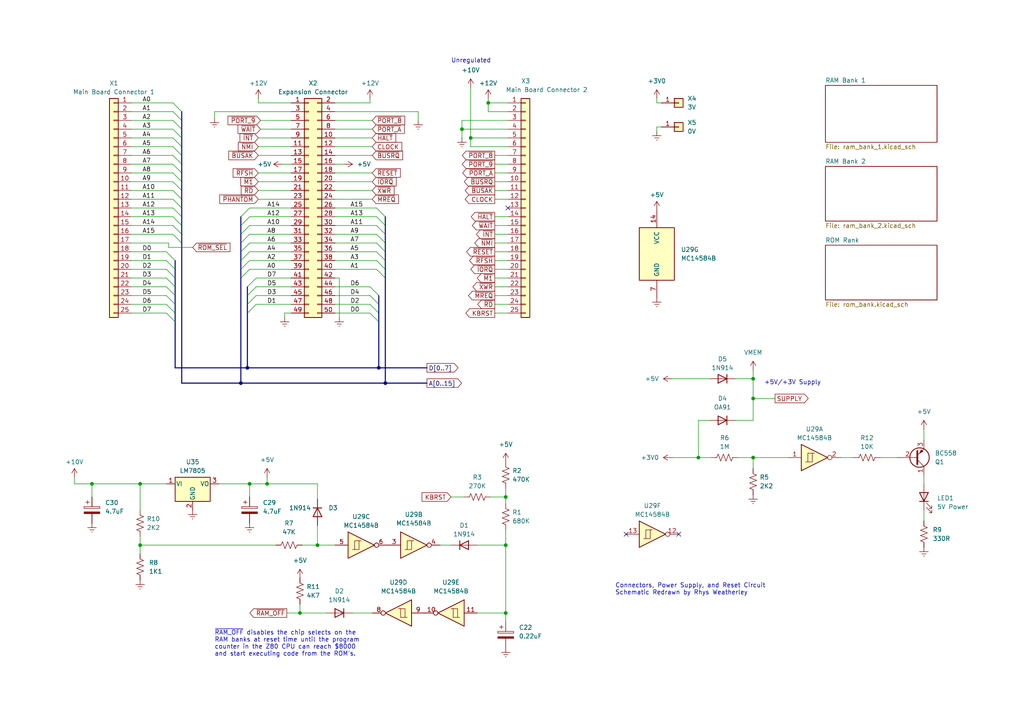
<source format=kicad_sch>
(kicad_sch (version 20230121) (generator eeschema)
  (paper "A4")
  (title_block (title "Microbee Core Board") (date "1982") (rev "1") (comment 1 "(C) 1982 OJH MICROWORLD"))
  (lib_symbols
    (symbol "74xx:74LS14" (pin_names (offset 1.016))
      (property "Reference" "U" (at 0 1.27 0))
      (property "Value" "74LS14" (at 0 -1.27 0))
      (symbol "74LS14_1_0"
        (pin input line (at -7.62 0 0) (length 3.81) (name "~") (number "1"))
        (pin output inverted (at 7.62 0 180) (length 3.81) (name "~") (number "2"))
      )
      (symbol "74LS14_2_0"
        (pin input line (at -7.62 0 0) (length 3.81) (name "~") (number "3"))
        (pin output inverted (at 7.62 0 180) (length 3.81) (name "~") (number "4"))
      )
      (symbol "74LS14_3_0"
        (pin input line (at -7.62 0 0) (length 3.81) (name "~") (number "5"))
        (pin output inverted (at 7.62 0 180) (length 3.81) (name "~") (number "6"))
      )
      (symbol "74LS14_4_0"
        (pin output inverted (at 7.62 0 180) (length 3.81) (name "~") (number "8"))
        (pin input line (at -7.62 0 0) (length 3.81) (name "~") (number "9"))
      )
      (symbol "74LS14_5_0"
        (pin output inverted (at 7.62 0 180) (length 3.81) (name "~") (number "10"))
        (pin input line (at -7.62 0 0) (length 3.81) (name "~") (number "11"))
      )
      (symbol "74LS14_6_0"
        (pin output inverted (at 7.62 0 180) (length 3.81) (name "~") (number "12"))
        (pin input line (at -7.62 0 0) (length 3.81) (name "~") (number "13"))
      )
      (symbol "74LS14_7_0"
        (pin power_in line (at 0 12.7 270) (length 5.08) (name "VCC") (number "14"))
        (pin power_in line (at 0 -12.7 90) (length 5.08) (name "GND") (number "7"))
      )
    )
    (symbol "Connector_Generic:Conn_01x01" (pin_names (offset 1.016) hide)
      (property "Reference" "J" (at 0 2.54 0))
      (property "Value" "Conn_01x01" (at 0 -2.54 0))
      (symbol "Conn_01x01_1_1"
        (pin passive line (at -5.08 0 0) (length 3.81) (name "Pin_1") (number "1"))
      )
    )
    (symbol "Connector_Generic:Conn_01x25" (pin_names (offset 1.016) hide)
      (property "Reference" "J" (at 0 33.02 0))
      (property "Value" "Conn_01x25" (at 0 -33.02 0))
      (symbol "Conn_01x25_1_1"
        (pin passive line (at -5.08 30.48 0) (length 3.81) (name "Pin_1") (number "1"))
        (pin passive line (at -5.08 7.62 0) (length 3.81) (name "Pin_10") (number "10"))
        (pin passive line (at -5.08 5.08 0) (length 3.81) (name "Pin_11") (number "11"))
        (pin passive line (at -5.08 2.54 0) (length 3.81) (name "Pin_12") (number "12"))
        (pin passive line (at -5.08 0 0) (length 3.81) (name "Pin_13") (number "13"))
        (pin passive line (at -5.08 -2.54 0) (length 3.81) (name "Pin_14") (number "14"))
        (pin passive line (at -5.08 -5.08 0) (length 3.81) (name "Pin_15") (number "15"))
        (pin passive line (at -5.08 -7.62 0) (length 3.81) (name "Pin_16") (number "16"))
        (pin passive line (at -5.08 -10.16 0) (length 3.81) (name "Pin_17") (number "17"))
        (pin passive line (at -5.08 -12.7 0) (length 3.81) (name "Pin_18") (number "18"))
        (pin passive line (at -5.08 -15.24 0) (length 3.81) (name "Pin_19") (number "19"))
        (pin passive line (at -5.08 27.94 0) (length 3.81) (name "Pin_2") (number "2"))
        (pin passive line (at -5.08 -17.78 0) (length 3.81) (name "Pin_20") (number "20"))
        (pin passive line (at -5.08 -20.32 0) (length 3.81) (name "Pin_21") (number "21"))
        (pin passive line (at -5.08 -22.86 0) (length 3.81) (name "Pin_22") (number "22"))
        (pin passive line (at -5.08 -25.4 0) (length 3.81) (name "Pin_23") (number "23"))
        (pin passive line (at -5.08 -27.94 0) (length 3.81) (name "Pin_24") (number "24"))
        (pin passive line (at -5.08 -30.48 0) (length 3.81) (name "Pin_25") (number "25"))
        (pin passive line (at -5.08 25.4 0) (length 3.81) (name "Pin_3") (number "3"))
        (pin passive line (at -5.08 22.86 0) (length 3.81) (name "Pin_4") (number "4"))
        (pin passive line (at -5.08 20.32 0) (length 3.81) (name "Pin_5") (number "5"))
        (pin passive line (at -5.08 17.78 0) (length 3.81) (name "Pin_6") (number "6"))
        (pin passive line (at -5.08 15.24 0) (length 3.81) (name "Pin_7") (number "7"))
        (pin passive line (at -5.08 12.7 0) (length 3.81) (name "Pin_8") (number "8"))
        (pin passive line (at -5.08 10.16 0) (length 3.81) (name "Pin_9") (number "9"))
      )
    )
    (symbol "Connector_Generic:Conn_02x25_Odd_Even" (pin_names (offset 1.016) hide)
      (property "Reference" "J" (at 1.27 33.02 0))
      (property "Value" "Conn_02x25_Odd_Even" (at 1.27 -33.02 0))
      (symbol "Conn_02x25_Odd_Even_1_1"
        (pin passive line (at -5.08 30.48 0) (length 3.81) (name "Pin_1") (number "1"))
        (pin passive line (at 7.62 20.32 180) (length 3.81) (name "Pin_10") (number "10"))
        (pin passive line (at -5.08 17.78 0) (length 3.81) (name "Pin_11") (number "11"))
        (pin passive line (at 7.62 17.78 180) (length 3.81) (name "Pin_12") (number "12"))
        (pin passive line (at -5.08 15.24 0) (length 3.81) (name "Pin_13") (number "13"))
        (pin passive line (at 7.62 15.24 180) (length 3.81) (name "Pin_14") (number "14"))
        (pin passive line (at -5.08 12.7 0) (length 3.81) (name "Pin_15") (number "15"))
        (pin passive line (at 7.62 12.7 180) (length 3.81) (name "Pin_16") (number "16"))
        (pin passive line (at -5.08 10.16 0) (length 3.81) (name "Pin_17") (number "17"))
        (pin passive line (at 7.62 10.16 180) (length 3.81) (name "Pin_18") (number "18"))
        (pin passive line (at -5.08 7.62 0) (length 3.81) (name "Pin_19") (number "19"))
        (pin passive line (at 7.62 30.48 180) (length 3.81) (name "Pin_2") (number "2"))
        (pin passive line (at 7.62 7.62 180) (length 3.81) (name "Pin_20") (number "20"))
        (pin passive line (at -5.08 5.08 0) (length 3.81) (name "Pin_21") (number "21"))
        (pin passive line (at 7.62 5.08 180) (length 3.81) (name "Pin_22") (number "22"))
        (pin passive line (at -5.08 2.54 0) (length 3.81) (name "Pin_23") (number "23"))
        (pin passive line (at 7.62 2.54 180) (length 3.81) (name "Pin_24") (number "24"))
        (pin passive line (at -5.08 0 0) (length 3.81) (name "Pin_25") (number "25"))
        (pin passive line (at 7.62 0 180) (length 3.81) (name "Pin_26") (number "26"))
        (pin passive line (at -5.08 -2.54 0) (length 3.81) (name "Pin_27") (number "27"))
        (pin passive line (at 7.62 -2.54 180) (length 3.81) (name "Pin_28") (number "28"))
        (pin passive line (at -5.08 -5.08 0) (length 3.81) (name "Pin_29") (number "29"))
        (pin passive line (at -5.08 27.94 0) (length 3.81) (name "Pin_3") (number "3"))
        (pin passive line (at 7.62 -5.08 180) (length 3.81) (name "Pin_30") (number "30"))
        (pin passive line (at -5.08 -7.62 0) (length 3.81) (name "Pin_31") (number "31"))
        (pin passive line (at 7.62 -7.62 180) (length 3.81) (name "Pin_32") (number "32"))
        (pin passive line (at -5.08 -10.16 0) (length 3.81) (name "Pin_33") (number "33"))
        (pin passive line (at 7.62 -10.16 180) (length 3.81) (name "Pin_34") (number "34"))
        (pin passive line (at -5.08 -12.7 0) (length 3.81) (name "Pin_35") (number "35"))
        (pin passive line (at 7.62 -12.7 180) (length 3.81) (name "Pin_36") (number "36"))
        (pin passive line (at -5.08 -15.24 0) (length 3.81) (name "Pin_37") (number "37"))
        (pin passive line (at 7.62 -15.24 180) (length 3.81) (name "Pin_38") (number "38"))
        (pin passive line (at -5.08 -17.78 0) (length 3.81) (name "Pin_39") (number "39"))
        (pin passive line (at 7.62 27.94 180) (length 3.81) (name "Pin_4") (number "4"))
        (pin passive line (at 7.62 -17.78 180) (length 3.81) (name "Pin_40") (number "40"))
        (pin passive line (at -5.08 -20.32 0) (length 3.81) (name "Pin_41") (number "41"))
        (pin passive line (at 7.62 -20.32 180) (length 3.81) (name "Pin_42") (number "42"))
        (pin passive line (at -5.08 -22.86 0) (length 3.81) (name "Pin_43") (number "43"))
        (pin passive line (at 7.62 -22.86 180) (length 3.81) (name "Pin_44") (number "44"))
        (pin passive line (at -5.08 -25.4 0) (length 3.81) (name "Pin_45") (number "45"))
        (pin passive line (at 7.62 -25.4 180) (length 3.81) (name "Pin_46") (number "46"))
        (pin passive line (at -5.08 -27.94 0) (length 3.81) (name "Pin_47") (number "47"))
        (pin passive line (at 7.62 -27.94 180) (length 3.81) (name "Pin_48") (number "48"))
        (pin passive line (at -5.08 -30.48 0) (length 3.81) (name "Pin_49") (number "49"))
        (pin passive line (at -5.08 25.4 0) (length 3.81) (name "Pin_5") (number "5"))
        (pin passive line (at 7.62 -30.48 180) (length 3.81) (name "Pin_50") (number "50"))
        (pin passive line (at 7.62 25.4 180) (length 3.81) (name "Pin_6") (number "6"))
        (pin passive line (at -5.08 22.86 0) (length 3.81) (name "Pin_7") (number "7"))
        (pin passive line (at 7.62 22.86 180) (length 3.81) (name "Pin_8") (number "8"))
        (pin passive line (at -5.08 20.32 0) (length 3.81) (name "Pin_9") (number "9"))
      )
    )
    (symbol "Device:C_Polarized" (pin_numbers hide) (pin_names (offset 0.254))
      (property "Reference" "C" (at 0.635 2.54 0))
      (property "Value" "C_Polarized" (at 0.635 -2.54 0))
      (symbol "C_Polarized_1_1"
        (pin passive line (at 0 3.81 270) (length 2.794) (name "~") (number "1"))
        (pin passive line (at 0 -3.81 90) (length 2.794) (name "~") (number "2"))
      )
    )
    (symbol "Device:D" (pin_numbers hide) (pin_names (offset 1.016) hide)
      (property "Reference" "D" (at 0 2.54 0))
      (property "Value" "D" (at 0 -2.54 0))
      (symbol "D_1_1"
        (pin passive line (at -3.81 0 0) (length 2.54) (name "K") (number "1"))
        (pin passive line (at 3.81 0 180) (length 2.54) (name "A") (number "2"))
      )
    )
    (symbol "Device:LED" (pin_numbers hide) (pin_names (offset 1.016) hide)
      (property "Reference" "D" (at 0 2.54 0))
      (property "Value" "LED" (at 0 -2.54 0))
      (symbol "LED_1_1"
        (pin passive line (at -3.81 0 0) (length 2.54) (name "K") (number "1"))
        (pin passive line (at 3.81 0 180) (length 2.54) (name "A") (number "2"))
      )
    )
    (symbol "Device:R_US" (pin_numbers hide) (pin_names (offset 0))
      (property "Reference" "R" (at 2.54 0 90))
      (property "Value" "R_US" (at -2.54 0 90))
      (symbol "R_US_1_1"
        (pin passive line (at 0 3.81 270) (length 1.27) (name "~") (number "1"))
        (pin passive line (at 0 -3.81 90) (length 1.27) (name "~") (number "2"))
      )
    )
    (symbol "Regulator_Linear:LM7805_TO220" (pin_names (offset 0.254))
      (property "Reference" "U" (at -3.81 3.175 0))
      (property "Value" "LM7805_TO220" (at 0 3.175 0))
      (symbol "LM7805_TO220_1_1"
        (pin power_in line (at -7.62 0 0) (length 2.54) (name "VI") (number "1"))
        (pin power_in line (at 0 -7.62 90) (length 2.54) (name "GND") (number "2"))
        (pin power_out line (at 7.62 0 180) (length 2.54) (name "VO") (number "3"))
      )
    )
    (symbol "Transistor_BJT:BC558" (pin_names (offset 0) hide)
      (property "Reference" "Q" (at 5.08 1.905 0))
      (property "Value" "BC558" (at 5.08 0 0))
      (symbol "BC558_1_1"
        (pin passive line (at 2.54 5.08 270) (length 2.54) (name "C") (number "1"))
        (pin input line (at -5.08 0 0) (length 5.715) (name "B") (number "2"))
        (pin passive line (at 2.54 -5.08 90) (length 2.54) (name "E") (number "3"))
      )
    )
    (symbol "power:+10V" (power) (pin_names (offset 0))
      (property "Value" "+10V" (at 0 3.556 0))
      (symbol "+10V_1_1"
        (pin power_in line (at 0 0 90) (length 0) hide (name "+10V") (number "1"))
      )
    )
    (symbol "power:+12V" (power) (pin_names (offset 0))
      (property "Value" "+12V" (at 0 3.556 0))
      (symbol "+12V_1_1"
        (pin power_in line (at 0 0 90) (length 0) hide (name "+12V") (number "1"))
      )
    )
    (symbol "power:+3V0" (power) (pin_names (offset 0))
      (property "Value" "+3V0" (at 0 3.556 0))
      (symbol "+3V0_1_1"
        (pin power_in line (at 0 0 90) (length 0) hide (name "+3V0") (number "1"))
      )
    )
    (symbol "power:+5V" (power) (pin_names (offset 0))
      (property "Value" "+5V" (at 0 3.556 0))
      (symbol "+5V_1_1"
        (pin power_in line (at 0 0 90) (length 0) hide (name "+5V") (number "1"))
      )
    )
    (symbol "power:Earth" (power) (pin_names (offset 0))
      (symbol "Earth_1_1"
        (pin power_in line (at 0 0 270) (length 0) hide (name "Earth") (number "1"))
      )
    )
    (symbol "power:VMEM" (power) (pin_names (offset 0))
      (property "Value" "VMEM" (at 0 3.81 0))
      (symbol "VMEM_1_1"
        (pin power_in line (at 0 0 90) (length 0) hide (name "VMEM") (number "1"))
      )
    )
  )
  (junction (at 136.525 40.005))
  (junction (at 218.44 132.715))
  (junction (at 109.855 106.68))
  (junction (at 218.44 109.855))
  (junction (at 111.76 111.125))
  (junction (at 40.64 158.115))
  (junction (at 141.605 29.845))
  (junction (at 40.64 140.335))
  (junction (at 146.685 177.8))
  (junction (at 92.075 158.115))
  (junction (at 72.39 140.335))
  (junction (at 69.85 111.125))
  (junction (at 26.67 140.335))
  (junction (at 218.44 115.57))
  (junction (at 202.565 132.715))
  (junction (at 146.685 158.115))
  (junction (at 71.755 106.68))
  (junction (at 146.685 144.145))
  (junction (at 77.47 140.335))
  (junction (at 133.985 37.465))
  (junction (at 86.995 177.8))
  (no_connect (at 196.85 154.94))
  (no_connect (at 181.61 154.94))
  (no_connect (at 147.32 60.325))
  (bus_entry (at 109.22 78.105) (size 2.54 2.54))
  (bus_entry (at 69.85 65.405) (size 2.54 -2.54))
  (bus_entry (at 109.855 88.265) (size -2.54 -2.54))
  (bus_entry (at 50.165 40.005) (size 2.54 2.54))
  (bus_entry (at 69.85 62.865) (size 2.54 -2.54))
  (bus_entry (at 48.26 90.805) (size 2.54 2.54))
  (bus_entry (at 50.165 65.405) (size 2.54 2.54))
  (bus_entry (at 109.22 65.405) (size 2.54 2.54))
  (bus_entry (at 71.755 90.805) (size 2.54 -2.54))
  (bus_entry (at 48.26 85.725) (size 2.54 2.54))
  (bus_entry (at 50.165 60.325) (size 2.54 2.54))
  (bus_entry (at 71.755 88.265) (size 2.54 -2.54))
  (bus_entry (at 71.755 83.185) (size 2.54 -2.54))
  (bus_entry (at 107.315 90.805) (size 2.54 2.54))
  (bus_entry (at 50.165 32.385) (size 2.54 2.54))
  (bus_entry (at 71.755 85.725) (size 2.54 -2.54))
  (bus_entry (at 109.22 60.325) (size 2.54 2.54))
  (bus_entry (at 69.85 78.105) (size 2.54 -2.54))
  (bus_entry (at 50.165 29.845) (size 2.54 2.54))
  (bus_entry (at 109.855 85.725) (size -2.54 -2.54))
  (bus_entry (at 48.26 73.025) (size 2.54 2.54))
  (bus_entry (at 50.165 67.945) (size 2.54 2.54))
  (bus_entry (at 109.22 62.865) (size 2.54 2.54))
  (bus_entry (at 109.855 90.805) (size -2.54 -2.54))
  (bus_entry (at 48.26 83.185) (size 2.54 2.54))
  (bus_entry (at 109.22 73.025) (size 2.54 2.54))
  (bus_entry (at 50.165 50.165) (size 2.54 2.54))
  (bus_entry (at 50.165 47.625) (size 2.54 2.54))
  (bus_entry (at 50.165 45.085) (size 2.54 2.54))
  (bus_entry (at 50.165 37.465) (size 2.54 2.54))
  (bus_entry (at 109.22 75.565) (size 2.54 2.54))
  (bus_entry (at 50.165 52.705) (size 2.54 2.54))
  (bus_entry (at 48.26 80.645) (size 2.54 2.54))
  (bus_entry (at 109.22 67.945) (size 2.54 2.54))
  (bus_entry (at 48.26 75.565) (size 2.54 2.54))
  (bus_entry (at 69.85 80.645) (size 2.54 -2.54))
  (bus_entry (at 50.165 34.925) (size 2.54 2.54))
  (bus_entry (at 50.165 57.785) (size 2.54 2.54))
  (bus_entry (at 69.85 67.945) (size 2.54 -2.54))
  (bus_entry (at 69.85 70.485) (size 2.54 -2.54))
  (bus_entry (at 50.165 55.245) (size 2.54 2.54))
  (bus_entry (at 69.85 73.025) (size 2.54 -2.54))
  (bus_entry (at 48.26 78.105) (size 2.54 2.54))
  (bus_entry (at 69.85 75.565) (size 2.54 -2.54))
  (bus_entry (at 50.165 42.545) (size 2.54 2.54))
  (bus_entry (at 48.26 88.265) (size 2.54 2.54))
  (bus_entry (at 109.22 70.485) (size 2.54 2.54))
  (bus_entry (at 50.165 62.865) (size 2.54 2.54))
  (bus (pts (xy 109.855 88.265) (xy 109.855 90.805)))
  (wire (pts (xy 38.1 88.265) (xy 48.26 88.265)))
  (wire (pts (xy 38.1 32.385) (xy 50.165 32.385)))
  (bus (pts (xy 52.705 47.625) (xy 52.705 50.165)))
  (wire (pts (xy 92.075 140.335) (xy 77.47 140.335)))
  (wire (pts (xy 40.64 155.575) (xy 40.64 158.115)))
  (wire (pts (xy 127.635 158.115) (xy 130.81 158.115)))
  (wire (pts (xy 97.155 65.405) (xy 109.22 65.405)))
  (bus (pts (xy 52.705 37.465) (xy 52.705 40.005)))
  (wire (pts (xy 147.32 29.845) (xy 141.605 29.845)))
  (wire (pts (xy 82.55 90.805) (xy 82.55 92.075)))
  (wire (pts (xy 136.525 40.005) (xy 136.525 42.545)))
  (wire (pts (xy 143.51 80.645) (xy 147.32 80.645)))
  (bus (pts (xy 69.85 73.025) (xy 69.85 75.565)))
  (wire (pts (xy 147.32 34.925) (xy 133.985 34.925)))
  (wire (pts (xy 102.235 177.8) (xy 107.95 177.8)))
  (wire (pts (xy 38.1 50.165) (xy 50.165 50.165)))
  (wire (pts (xy 146.685 141.605) (xy 146.685 144.145)))
  (wire (pts (xy 218.44 115.57) (xy 224.79 115.57)))
  (wire (pts (xy 97.155 45.085) (xy 107.95 45.085)))
  (wire (pts (xy 107.315 29.845) (xy 107.315 28.575)))
  (bus (pts (xy 69.85 78.105) (xy 69.85 80.645)))
  (wire (pts (xy 74.93 52.705) (xy 84.455 52.705)))
  (wire (pts (xy 26.67 140.335) (xy 26.67 144.145)))
  (wire (pts (xy 92.075 158.115) (xy 97.155 158.115)))
  (bus (pts (xy 52.705 67.945) (xy 52.705 70.485)))
  (wire (pts (xy 190.5 36.83) (xy 190.5 38.1)))
  (wire (pts (xy 130.81 144.145) (xy 134.62 144.145)))
  (wire (pts (xy 97.155 50.165) (xy 107.95 50.165)))
  (wire (pts (xy 146.685 144.145) (xy 146.685 146.05)))
  (wire (pts (xy 97.155 37.465) (xy 107.95 37.465)))
  (wire (pts (xy 147.32 32.385) (xy 141.605 32.385)))
  (wire (pts (xy 38.1 37.465) (xy 50.165 37.465)))
  (wire (pts (xy 143.51 62.865) (xy 147.32 62.865)))
  (bus (pts (xy 52.705 111.125) (xy 69.85 111.125)))
  (wire (pts (xy 143.51 65.405) (xy 147.32 65.405)))
  (wire (pts (xy 143.51 55.245) (xy 147.32 55.245)))
  (bus (pts (xy 52.705 60.325) (xy 52.705 62.865)))
  (wire (pts (xy 121.285 32.385) (xy 121.285 34.925)))
  (wire (pts (xy 38.1 57.785) (xy 50.165 57.785)))
  (wire (pts (xy 74.93 45.085) (xy 84.455 45.085)))
  (bus (pts (xy 111.76 75.565) (xy 111.76 78.105)))
  (wire (pts (xy 97.155 57.785) (xy 107.95 57.785)))
  (wire (pts (xy 38.1 90.805) (xy 48.26 90.805)))
  (wire (pts (xy 143.51 88.265) (xy 147.32 88.265)))
  (bus (pts (xy 52.705 55.245) (xy 52.705 57.785)))
  (bus (pts (xy 71.755 90.805) (xy 71.755 88.265)))
  (wire (pts (xy 74.93 55.245) (xy 84.455 55.245)))
  (wire (pts (xy 133.985 37.465) (xy 147.32 37.465)))
  (wire (pts (xy 38.1 78.105) (xy 48.26 78.105)))
  (wire (pts (xy 143.51 70.485) (xy 147.32 70.485)))
  (wire (pts (xy 202.565 132.715) (xy 194.945 132.715)))
  (wire (pts (xy 72.39 140.335) (xy 63.5 140.335)))
  (wire (pts (xy 146.685 177.8) (xy 146.685 180.34)))
  (wire (pts (xy 21.59 140.335) (xy 21.59 138.43)))
  (bus (pts (xy 111.76 73.025) (xy 111.76 75.565)))
  (bus (pts (xy 69.85 62.865) (xy 69.85 65.405)))
  (wire (pts (xy 97.155 55.245) (xy 107.95 55.245)))
  (wire (pts (xy 97.155 34.925) (xy 107.95 34.925)))
  (wire (pts (xy 97.155 67.945) (xy 109.22 67.945)))
  (wire (pts (xy 142.24 144.145) (xy 146.685 144.145)))
  (bus (pts (xy 50.8 85.725) (xy 50.8 88.265)))
  (wire (pts (xy 74.295 85.725) (xy 84.455 85.725)))
  (wire (pts (xy 97.155 42.545) (xy 107.95 42.545)))
  (wire (pts (xy 146.685 177.8) (xy 138.43 177.8)))
  (wire (pts (xy 97.155 60.325) (xy 109.22 60.325)))
  (wire (pts (xy 40.64 158.115) (xy 80.01 158.115)))
  (wire (pts (xy 72.39 60.325) (xy 84.455 60.325)))
  (wire (pts (xy 92.075 144.78) (xy 92.075 140.335)))
  (bus (pts (xy 50.8 90.805) (xy 50.8 93.345)))
  (bus (pts (xy 111.76 78.105) (xy 111.76 80.645)))
  (wire (pts (xy 75.565 34.925) (xy 84.455 34.925)))
  (bus (pts (xy 69.85 80.645) (xy 69.85 111.125)))
  (wire (pts (xy 38.1 83.185) (xy 48.26 83.185)))
  (wire (pts (xy 72.39 144.145) (xy 72.39 140.335)))
  (wire (pts (xy 38.1 60.325) (xy 50.165 60.325)))
  (wire (pts (xy 202.565 121.92) (xy 205.74 121.92)))
  (wire (pts (xy 40.64 140.335) (xy 26.67 140.335)))
  (wire (pts (xy 74.93 40.005) (xy 84.455 40.005)))
  (wire (pts (xy 74.295 83.185) (xy 84.455 83.185)))
  (wire (pts (xy 74.93 50.165) (xy 84.455 50.165)))
  (wire (pts (xy 38.1 80.645) (xy 48.26 80.645)))
  (wire (pts (xy 38.1 34.925) (xy 50.165 34.925)))
  (wire (pts (xy 143.51 52.705) (xy 147.32 52.705)))
  (wire (pts (xy 97.155 80.645) (xy 98.425 80.645)))
  (wire (pts (xy 98.425 80.645) (xy 98.425 92.075)))
  (wire (pts (xy 206.375 132.715) (xy 202.565 132.715)))
  (wire (pts (xy 213.995 132.715) (xy 218.44 132.715)))
  (wire (pts (xy 38.1 47.625) (xy 50.165 47.625)))
  (wire (pts (xy 97.155 90.805) (xy 107.315 90.805)))
  (wire (pts (xy 97.155 88.265) (xy 107.315 88.265)))
  (wire (pts (xy 72.39 65.405) (xy 84.455 65.405)))
  (bus (pts (xy 50.8 83.185) (xy 50.8 85.725)))
  (wire (pts (xy 83.185 177.8) (xy 86.995 177.8)))
  (wire (pts (xy 77.47 138.43) (xy 77.47 140.335)))
  (wire (pts (xy 38.1 42.545) (xy 50.165 42.545)))
  (wire (pts (xy 77.47 140.335) (xy 72.39 140.335)))
  (bus (pts (xy 69.85 70.485) (xy 69.85 73.025)))
  (bus (pts (xy 71.755 106.68) (xy 71.755 90.805)))
  (wire (pts (xy 87.63 158.115) (xy 92.075 158.115)))
  (wire (pts (xy 97.155 75.565) (xy 109.22 75.565)))
  (wire (pts (xy 218.44 107.315) (xy 218.44 109.855)))
  (wire (pts (xy 74.295 80.645) (xy 84.455 80.645)))
  (wire (pts (xy 143.51 50.165) (xy 147.32 50.165)))
  (bus (pts (xy 50.8 75.565) (xy 50.8 78.105)))
  (bus (pts (xy 71.755 88.265) (xy 71.755 85.725)))
  (wire (pts (xy 74.295 88.265) (xy 84.455 88.265)))
  (wire (pts (xy 38.1 52.705) (xy 50.165 52.705)))
  (wire (pts (xy 146.685 153.67) (xy 146.685 158.115)))
  (bus (pts (xy 52.705 70.485) (xy 52.705 111.125)))
  (wire (pts (xy 143.51 57.785) (xy 147.32 57.785)))
  (wire (pts (xy 255.27 132.715) (xy 260.35 132.715)))
  (wire (pts (xy 38.1 55.245) (xy 50.165 55.245)))
  (bus (pts (xy 52.705 57.785) (xy 52.705 60.325)))
  (wire (pts (xy 72.39 70.485) (xy 84.455 70.485)))
  (wire (pts (xy 75.565 37.465) (xy 84.455 37.465)))
  (wire (pts (xy 141.605 29.845) (xy 141.605 32.385)))
  (bus (pts (xy 52.705 52.705) (xy 52.705 55.245)))
  (wire (pts (xy 143.51 78.105) (xy 147.32 78.105)))
  (wire (pts (xy 74.93 29.845) (xy 74.93 28.575)))
  (wire (pts (xy 72.39 75.565) (xy 84.455 75.565)))
  (wire (pts (xy 97.155 40.005) (xy 107.95 40.005)))
  (bus (pts (xy 52.705 65.405) (xy 52.705 67.945)))
  (bus (pts (xy 109.855 90.805) (xy 109.855 93.345)))
  (wire (pts (xy 97.155 29.845) (xy 107.315 29.845)))
  (wire (pts (xy 74.93 42.545) (xy 84.455 42.545)))
  (wire (pts (xy 143.51 45.085) (xy 147.32 45.085)))
  (wire (pts (xy 38.1 45.085) (xy 50.165 45.085)))
  (bus (pts (xy 50.8 93.345) (xy 50.8 106.68)))
  (wire (pts (xy 143.51 73.025) (xy 147.32 73.025)))
  (wire (pts (xy 97.155 73.025) (xy 109.22 73.025)))
  (bus (pts (xy 52.705 42.545) (xy 52.705 45.085)))
  (bus (pts (xy 69.85 75.565) (xy 69.85 78.105)))
  (wire (pts (xy 267.97 137.795) (xy 267.97 140.335)))
  (wire (pts (xy 136.525 42.545) (xy 147.32 42.545)))
  (wire (pts (xy 143.51 75.565) (xy 147.32 75.565)))
  (bus (pts (xy 111.76 67.945) (xy 111.76 70.485)))
  (wire (pts (xy 84.455 90.805) (xy 82.55 90.805)))
  (bus (pts (xy 52.705 50.165) (xy 52.705 52.705)))
  (wire (pts (xy 136.525 40.005) (xy 147.32 40.005)))
  (bus (pts (xy 111.76 65.405) (xy 111.76 67.945)))
  (bus (pts (xy 69.85 65.405) (xy 69.85 67.945)))
  (wire (pts (xy 218.44 132.715) (xy 228.6 132.715)))
  (wire (pts (xy 38.1 29.845) (xy 50.165 29.845)))
  (wire (pts (xy 62.23 32.385) (xy 62.23 34.29)))
  (wire (pts (xy 38.1 75.565) (xy 48.26 75.565)))
  (wire (pts (xy 38.1 40.005) (xy 50.165 40.005)))
  (wire (pts (xy 213.36 109.855) (xy 218.44 109.855)))
  (wire (pts (xy 97.155 62.865) (xy 109.22 62.865)))
  (wire (pts (xy 81.915 47.625) (xy 84.455 47.625)))
  (wire (pts (xy 143.51 85.725) (xy 147.32 85.725)))
  (bus (pts (xy 111.76 111.125) (xy 123.825 111.125)))
  (wire (pts (xy 97.155 47.625) (xy 99.695 47.625)))
  (bus (pts (xy 71.755 85.725) (xy 71.755 83.185)))
  (wire (pts (xy 141.605 28.575) (xy 141.605 29.845)))
  (wire (pts (xy 38.1 85.725) (xy 48.26 85.725)))
  (wire (pts (xy 267.97 151.13) (xy 267.97 147.955)))
  (wire (pts (xy 86.995 177.8) (xy 86.995 175.26)))
  (bus (pts (xy 52.705 62.865) (xy 52.705 65.405)))
  (wire (pts (xy 191.77 29.845) (xy 190.5 29.845)))
  (wire (pts (xy 218.44 132.715) (xy 218.44 135.89)))
  (wire (pts (xy 194.945 109.855) (xy 205.74 109.855)))
  (wire (pts (xy 38.1 65.405) (xy 50.165 65.405)))
  (bus (pts (xy 111.76 80.645) (xy 111.76 111.125)))
  (bus (pts (xy 50.8 106.68) (xy 71.755 106.68)))
  (wire (pts (xy 72.39 67.945) (xy 84.455 67.945)))
  (wire (pts (xy 218.44 109.855) (xy 218.44 115.57)))
  (wire (pts (xy 97.155 85.725) (xy 107.315 85.725)))
  (wire (pts (xy 94.615 177.8) (xy 86.995 177.8)))
  (wire (pts (xy 48.895 70.485) (xy 38.1 70.485)))
  (wire (pts (xy 48.895 71.755) (xy 48.895 70.485)))
  (wire (pts (xy 146.685 158.115) (xy 146.685 177.8)))
  (wire (pts (xy 48.26 140.335) (xy 40.64 140.335)))
  (bus (pts (xy 52.705 45.085) (xy 52.705 47.625)))
  (wire (pts (xy 40.64 140.335) (xy 40.64 147.955)))
  (wire (pts (xy 97.155 70.485) (xy 109.22 70.485)))
  (wire (pts (xy 133.985 37.465) (xy 133.985 40.005)))
  (wire (pts (xy 136.525 25.4) (xy 136.525 40.005)))
  (wire (pts (xy 38.1 73.025) (xy 48.26 73.025)))
  (wire (pts (xy 38.1 62.865) (xy 50.165 62.865)))
  (bus (pts (xy 52.705 32.385) (xy 52.705 34.925)))
  (wire (pts (xy 72.39 62.865) (xy 84.455 62.865)))
  (wire (pts (xy 92.075 152.4) (xy 92.075 158.115)))
  (wire (pts (xy 97.155 83.185) (xy 107.315 83.185)))
  (bus (pts (xy 109.855 93.345) (xy 109.855 106.68)))
  (wire (pts (xy 218.44 121.92) (xy 213.36 121.92)))
  (bus (pts (xy 69.85 67.945) (xy 69.85 70.485)))
  (wire (pts (xy 74.93 57.785) (xy 84.455 57.785)))
  (wire (pts (xy 48.895 71.755) (xy 55.88 71.755)))
  (wire (pts (xy 267.97 124.46) (xy 267.97 127.635)))
  (bus (pts (xy 111.76 62.865) (xy 111.76 65.405)))
  (wire (pts (xy 133.985 34.925) (xy 133.985 37.465)))
  (wire (pts (xy 84.455 32.385) (xy 62.23 32.385)))
  (bus (pts (xy 50.8 88.265) (xy 50.8 90.805)))
  (wire (pts (xy 218.44 115.57) (xy 218.44 121.92)))
  (wire (pts (xy 143.51 83.185) (xy 147.32 83.185)))
  (bus (pts (xy 69.85 111.125) (xy 111.76 111.125)))
  (wire (pts (xy 143.51 47.625) (xy 147.32 47.625)))
  (wire (pts (xy 143.51 90.805) (xy 147.32 90.805)))
  (bus (pts (xy 109.855 85.725) (xy 109.855 88.265)))
  (wire (pts (xy 40.64 158.115) (xy 40.64 160.655)))
  (wire (pts (xy 191.77 36.83) (xy 190.5 36.83)))
  (wire (pts (xy 138.43 158.115) (xy 146.685 158.115)))
  (bus (pts (xy 52.705 34.925) (xy 52.705 37.465)))
  (wire (pts (xy 190.5 29.845) (xy 190.5 28.575)))
  (wire (pts (xy 143.51 67.945) (xy 147.32 67.945)))
  (wire (pts (xy 243.84 132.715) (xy 247.65 132.715)))
  (wire (pts (xy 202.565 121.92) (xy 202.565 132.715)))
  (wire (pts (xy 97.155 32.385) (xy 121.285 32.385)))
  (bus (pts (xy 52.705 40.005) (xy 52.705 42.545)))
  (wire (pts (xy 84.455 29.845) (xy 74.93 29.845)))
  (wire (pts (xy 97.155 78.105) (xy 109.22 78.105)))
  (wire (pts (xy 38.1 67.945) (xy 50.165 67.945)))
  (wire (pts (xy 97.155 52.705) (xy 107.95 52.705)))
  (wire (pts (xy 72.39 78.105) (xy 84.455 78.105)))
  (bus (pts (xy 111.76 70.485) (xy 111.76 73.025)))
  (wire (pts (xy 72.39 73.025) (xy 84.455 73.025)))
  (bus (pts (xy 71.755 106.68) (xy 109.855 106.68)))
  (bus (pts (xy 50.8 78.105) (xy 50.8 80.645)))
  (bus (pts (xy 50.8 80.645) (xy 50.8 83.185)))
  (wire (pts (xy 26.67 140.335) (xy 21.59 140.335)))
  (bus (pts (xy 109.855 106.68) (xy 123.825 106.68)))
  (text "Connectors, Power Supply, and Reset Circuit\nSchematic Redrawn by Rhys Weatherley" (at 178.435 172.72 0) (effects (font (size 1.27 1.27)) (justify left bottom)))
  (text "Unregulated" (at 130.81 18.415 0) (effects (font (size 1.27 1.27)) (justify left bottom)))
  (text "~{RAM_OFF} disables the chip selects on the\nRAM banks at reset time until the program\ncounter in the Z80 CPU can reach $8000\nand start executing code from the ROM's." (at 62.23 190.5 0) (effects (font (size 1.27 1.27)) (justify left bottom)))
  (text "+5V/+3V Supply" (at 221.615 111.76 0) (effects (font (size 1.27 1.27)) (justify left bottom)))
  (label "A11" (at 41.275 57.785 0))
  (label "A0" (at 77.47 78.105 0))
  (label "D0" (at 41.275 73.025 0))
  (label "A2" (at 41.275 34.925 0))
  (label "A5" (at 41.275 42.545 0))
  (label "A14" (at 41.275 65.405 0))
  (label "D1" (at 77.47 88.265 0))
  (label "D4" (at 41.275 83.185 0))
  (label "D5" (at 41.275 85.725 0))
  (label "A13" (at 41.275 62.865 0))
  (label "A4" (at 77.47 73.025 0))
  (label "D2" (at 41.275 78.105 0))
  (label "D6" (at 101.6 83.185 0))
  (label "D5" (at 77.47 83.185 0))
  (label "A0" (at 41.275 29.845 0))
  (label "A8" (at 77.47 67.945 0))
  (label "A1" (at 41.275 32.385 0))
  (label "A7" (at 41.275 47.625 0))
  (label "A12" (at 41.275 60.325 0))
  (label "A4" (at 41.275 40.005 0))
  (label "A8" (at 41.275 50.165 0))
  (label "A9" (at 101.6 67.945 0))
  (label "A15" (at 101.6 60.325 0))
  (label "A2" (at 77.47 75.565 0))
  (label "D7" (at 77.47 80.645 0))
  (label "A3" (at 41.275 37.465 0))
  (label "D6" (at 41.275 88.265 0))
  (label "D3" (at 41.275 80.645 0))
  (label "D0" (at 101.6 90.805 0))
  (label "A14" (at 77.47 60.325 0))
  (label "A1" (at 101.6 78.105 0))
  (label "A6" (at 77.47 70.485 0))
  (label "A5" (at 101.6 73.025 0))
  (label "A12" (at 77.47 62.865 0))
  (label "A6" (at 41.275 45.085 0))
  (label "A9" (at 41.275 52.705 0))
  (label "A11" (at 101.6 65.405 0))
  (label "D7" (at 41.275 90.805 0))
  (label "A7" (at 101.6 70.485 0))
  (label "D1" (at 41.275 75.565 0))
  (label "A10" (at 41.275 55.245 0))
  (label "A15" (at 41.275 67.945 0))
  (label "A10" (at 77.47 65.405 0))
  (label "A3" (at 101.6 75.565 0))
  (label "D3" (at 77.47 85.725 0))
  (label "A13" (at 101.6 62.865 0))
  (label "D4" (at 101.6 85.725 0))
  (label "D2" (at 101.6 88.265 0))
  (global_label "~{HALT}" (shape input) (at 107.95 40.005 0) (property "Intersheetrefs" "${INTERSHEET_REFS}" (effects hide)))
  (global_label "~{RD}" (shape output) (at 143.51 88.265 180) (property "Intersheetrefs" "${INTERSHEET_REFS}" (effects hide)))
  (global_label "~{WAIT}" (shape output) (at 143.51 65.405 180) (property "Intersheetrefs" "${INTERSHEET_REFS}" (effects hide)))
  (global_label "~{NMI}" (shape input) (at 74.93 42.545 180) (property "Intersheetrefs" "${INTERSHEET_REFS}" (effects hide)))
  (global_label "~{MREQ}" (shape output) (at 143.51 85.725 180) (property "Intersheetrefs" "${INTERSHEET_REFS}" (effects hide)))
  (global_label "~{BUSRQ}" (shape input) (at 107.95 45.085 0) (property "Intersheetrefs" "${INTERSHEET_REFS}" (effects hide)))
  (global_label "~{PORT_A}" (shape input) (at 107.95 37.465 0) (property "Intersheetrefs" "${INTERSHEET_REFS}" (effects hide)))
  (global_label "~{MREQ}" (shape input) (at 107.95 57.785 0) (property "Intersheetrefs" "${INTERSHEET_REFS}" (effects hide)))
  (global_label "~{PORT_9}" (shape output) (at 143.51 47.625 180) (property "Intersheetrefs" "${INTERSHEET_REFS}" (effects hide)))
  (global_label "~{PORT_A}" (shape output) (at 143.51 50.165 180) (property "Intersheetrefs" "${INTERSHEET_REFS}" (effects hide)))
  (global_label "~{PORT_8}" (shape output) (at 143.51 45.085 180) (property "Intersheetrefs" "${INTERSHEET_REFS}" (effects hide)))
  (global_label "~{RFSH}" (shape output) (at 143.51 75.565 180) (property "Intersheetrefs" "${INTERSHEET_REFS}" (effects hide)))
  (global_label "~{INT}" (shape input) (at 74.93 40.005 180) (property "Intersheetrefs" "${INTERSHEET_REFS}" (effects hide)))
  (global_label "~{IORQ}" (shape input) (at 107.95 52.705 0) (property "Intersheetrefs" "${INTERSHEET_REFS}" (effects hide)))
  (global_label "~{PHANTOM}" (shape input) (at 74.93 57.785 180) (property "Intersheetrefs" "${INTERSHEET_REFS}" (effects hide)))
  (global_label "~{RESET}" (shape input) (at 107.95 50.165 0) (property "Intersheetrefs" "${INTERSHEET_REFS}" (effects hide)))
  (global_label "~{PORT_8}" (shape input) (at 107.95 34.925 0) (property "Intersheetrefs" "${INTERSHEET_REFS}" (effects hide)))
  (global_label "CLOCK" (shape input) (at 107.95 42.545 0) (property "Intersheetrefs" "${INTERSHEET_REFS}" (effects hide)))
  (global_label "~{XWR}" (shape output) (at 143.51 83.185 180) (property "Intersheetrefs" "${INTERSHEET_REFS}" (effects hide)))
  (global_label "~{RFSH}" (shape input) (at 74.93 50.165 180) (property "Intersheetrefs" "${INTERSHEET_REFS}" (effects hide)))
  (global_label "~{NMI}" (shape output) (at 143.51 70.485 180) (property "Intersheetrefs" "${INTERSHEET_REFS}" (effects hide)))
  (global_label "~{ROM_SEL}" (shape input) (at 55.88 71.755 0) (property "Intersheetrefs" "${INTERSHEET_REFS}" (effects hide)))
  (global_label "~{RD}" (shape input) (at 74.93 55.245 180) (property "Intersheetrefs" "${INTERSHEET_REFS}" (effects hide)))
  (global_label "~{BUSAK}" (shape output) (at 143.51 55.245 180) (property "Intersheetrefs" "${INTERSHEET_REFS}" (effects hide)))
  (global_label "KBRST" (shape output) (at 143.51 90.805 180) (property "Intersheetrefs" "${INTERSHEET_REFS}" (effects hide)))
  (global_label "D[0..7]" (shape output) (at 123.825 106.68 0) (property "Intersheetrefs" "${INTERSHEET_REFS}" (effects hide)))
  (global_label "~{BUSAK}" (shape input) (at 74.93 45.085 180) (property "Intersheetrefs" "${INTERSHEET_REFS}" (effects hide)))
  (global_label "CLOCK" (shape output) (at 143.51 57.785 180) (property "Intersheetrefs" "${INTERSHEET_REFS}" (effects hide)))
  (global_label "~{INT}" (shape output) (at 143.51 67.945 180) (property "Intersheetrefs" "${INTERSHEET_REFS}" (effects hide)))
  (global_label "~{WAIT}" (shape input) (at 75.565 37.465 180) (property "Intersheetrefs" "${INTERSHEET_REFS}" (effects hide)))
  (global_label "~{M1}" (shape output) (at 143.51 80.645 180) (property "Intersheetrefs" "${INTERSHEET_REFS}" (effects hide)))
  (global_label "KBRST" (shape input) (at 130.81 144.145 180) (property "Intersheetrefs" "${INTERSHEET_REFS}" (effects hide)))
  (global_label "~{HALT}" (shape output) (at 143.51 62.865 180) (property "Intersheetrefs" "${INTERSHEET_REFS}" (effects hide)))
  (global_label "SUPPLY" (shape output) (at 224.79 115.57 0) (property "Intersheetrefs" "${INTERSHEET_REFS}" (effects hide)))
  (global_label "~{XWR}" (shape input) (at 107.95 55.245 0) (property "Intersheetrefs" "${INTERSHEET_REFS}" (effects hide)))
  (global_label "~{RAM_OFF}" (shape output) (at 83.185 177.8 180) (property "Intersheetrefs" "${INTERSHEET_REFS}" (effects hide)))
  (global_label "~{IORQ}" (shape output) (at 143.51 78.105 180) (property "Intersheetrefs" "${INTERSHEET_REFS}" (effects hide)))
  (global_label "~{PORT_9}" (shape input) (at 75.565 34.925 180) (property "Intersheetrefs" "${INTERSHEET_REFS}" (effects hide)))
  (global_label "~{M1}" (shape input) (at 74.93 52.705 180) (property "Intersheetrefs" "${INTERSHEET_REFS}" (effects hide)))
  (global_label "~{BUSRQ}" (shape output) (at 143.51 52.705 180) (property "Intersheetrefs" "${INTERSHEET_REFS}" (effects hide)))
  (global_label "A[0..15]" (shape output) (at 123.825 111.125 0) (property "Intersheetrefs" "${INTERSHEET_REFS}" (effects hide)))
  (global_label "~{RESET}" (shape output) (at 143.51 73.025 180) (property "Intersheetrefs" "${INTERSHEET_REFS}" (effects hide)))
  (symbol (lib_id "74xx:74LS14") (at 104.775 158.115 0) (unit 3)
    (property "Reference" "U29" (at 104.775 149.86 0))
    (property "Value" "MC14584B" (at 104.775 152.4 0))
    (property "Footprint" "Package_DIP:DIP-14_W7.62mm" (effects hide))
    (property "Datasheet" "http://www.ti.com/lit/gpn/sn74LS14" (effects hide))
  )
  (symbol (lib_id "Device:R_US") (at 251.46 132.715 90) (unit 1)
    (property "Reference" "R12" (at 251.46 127 90))
    (property "Value" "10K" (at 251.46 129.54 90))
    (property "Footprint" "Resistor_THT:R_Axial_DIN0207_L6.3mm_D2.5mm_P10.16mm_Horizontal" (effects hide))
  )
  (symbol (lib_id "power:Earth") (at 267.97 158.75 0) (unit 1)
    (property "Reference" "#PWR0137" (effects hide))
    (property "Value" "Earth" (effects hide))
  )
  (symbol (lib_id "power:+12V") (at 141.605 28.575 0) (unit 1)
    (property "Reference" "#PWR0155" (effects hide))
    (property "Value" "+12V" (at 141.605 24.13 0))
  )
  (symbol (lib_id "power:+10V") (at 21.59 138.43 0) (unit 1)
    (property "Reference" "#PWR0138" (effects hide))
    (property "Value" "+10V" (at 21.59 133.985 0))
  )
  (symbol (lib_id "Device:LED") (at 267.97 144.145 90) (unit 1)
    (property "Reference" "LED1" (at 271.78 144.4625 90) (effects (justify right)))
    (property "Value" "5V Power" (at 271.78 147.0025 90) (effects (justify right)))
  )
  (symbol (lib_id "power:Earth") (at 133.985 40.005 0) (unit 1)
    (property "Reference" "#PWR0129" (effects hide))
    (property "Value" "Earth" (effects hide))
  )
  (symbol (lib_id "power:+12V") (at 74.93 28.575 0) (unit 1)
    (property "Reference" "#PWR0153" (effects hide))
    (property "Value" "+12V" (at 74.93 24.13 0))
  )
  (symbol (lib_id "Device:R_US") (at 86.995 171.45 0) (unit 1)
    (property "Reference" "R11" (at 88.9 170.18 0) (effects (justify left)))
    (property "Value" "4K7" (at 88.9 172.72 0) (effects (justify left)))
    (property "Footprint" "Resistor_THT:R_Axial_DIN0207_L6.3mm_D2.5mm_P10.16mm_Horizontal" (effects hide))
  )
  (symbol (lib_id "Connector_Generic:Conn_01x25") (at 33.02 60.325 0) (mirror y) (unit 1)
    (property "Reference" "X1" (at 33.02 24.13 0))
    (property "Value" "Main Board Connector 1" (at 33.02 26.67 0))
    (property "Footprint" "Connector_PinHeader_2.54mm:PinHeader_1x25_P2.54mm_Vertical" (effects hide))
  )
  (symbol (lib_id "power:Earth") (at 190.5 38.1 0) (unit 1)
    (property "Reference" "#PWR0131" (effects hide))
    (property "Value" "Earth" (effects hide))
  )
  (symbol (lib_id "Connector_Generic:Conn_01x01") (at 196.85 29.845 0) (unit 1)
    (property "Reference" "X4" (at 199.39 28.575 0) (effects (justify left)))
    (property "Value" "3V" (at 199.39 31.115 0) (effects (justify left)))
    (property "Footprint" "Connector_PinHeader_2.54mm:PinHeader_1x01_P2.54mm_Vertical" (effects hide))
  )
  (symbol (lib_id "power:Earth") (at 98.425 92.075 0) (unit 1)
    (property "Reference" "#PWR0148" (effects hide))
    (property "Value" "Earth" (effects hide))
  )
  (symbol (lib_id "74xx:74LS14") (at 120.015 158.115 0) (unit 2)
    (property "Reference" "U29" (at 120.015 149.225 0))
    (property "Value" "MC14584B" (at 120.015 151.765 0))
    (property "Footprint" "Package_DIP:DIP-14_W7.62mm" (effects hide))
    (property "Datasheet" "http://www.ti.com/lit/gpn/sn74LS14" (effects hide))
  )
  (symbol (lib_id "Connector_Generic:Conn_02x25_Odd_Even") (at 89.535 60.325 0) (unit 1)
    (property "Reference" "X2" (at 90.805 24.13 0))
    (property "Value" "Expansion Connector" (at 90.805 26.67 0))
    (property "Footprint" "Connector_PinHeader_2.54mm:PinHeader_2x25_P2.54mm_Vertical" (effects hide))
  )
  (symbol (lib_id "Device:D") (at 209.55 109.855 180) (unit 1)
    (property "Reference" "D5" (at 209.55 104.14 0))
    (property "Value" "1N914" (at 209.55 106.68 0))
    (property "Footprint" "Diode_THT:D_DO-35_SOD27_P10.16mm_Horizontal" (effects hide))
    (property "Sim.Device" "D" (effects hide))
    (property "Sim.Pins" "1=K 2=A" (effects hide))
  )
  (symbol (lib_id "power:+5V") (at 86.995 167.64 0) (unit 1)
    (property "Reference" "#PWR0144" (effects hide))
    (property "Value" "+5V" (at 86.995 162.56 0))
  )
  (symbol (lib_id "Device:R_US") (at 83.82 158.115 90) (unit 1)
    (property "Reference" "R7" (at 83.82 151.765 90))
    (property "Value" "47K" (at 83.82 154.305 90))
    (property "Footprint" "Resistor_THT:R_Axial_DIN0207_L6.3mm_D2.5mm_P10.16mm_Horizontal" (effects hide))
  )
  (symbol (lib_id "power:+5V") (at 146.685 133.985 0) (unit 1)
    (property "Reference" "#PWR0146" (effects hide))
    (property "Value" "+5V" (at 146.685 128.905 0))
  )
  (symbol (lib_id "Device:R_US") (at 146.685 149.86 0) (unit 1)
    (property "Reference" "R1" (at 148.59 148.59 0) (effects (justify left)))
    (property "Value" "680K" (at 148.59 151.13 0) (effects (justify left)))
    (property "Footprint" "Resistor_THT:R_Axial_DIN0207_L6.3mm_D2.5mm_P10.16mm_Horizontal" (effects hide))
  )
  (symbol (lib_id "power:+5V") (at 194.945 109.855 90) (unit 1)
    (property "Reference" "#PWR0135" (effects hide))
    (property "Value" "+5V" (at 191.135 109.855 90) (effects (justify left)))
  )
  (symbol (lib_id "power:+5V") (at 81.915 47.625 90) (unit 1)
    (property "Reference" "#PWR0149" (effects hide))
    (property "Value" "+5V" (at 78.74 47.625 90) (effects (justify left)))
  )
  (symbol (lib_id "74xx:74LS14") (at 115.57 177.8 0) (mirror y) (unit 4)
    (property "Reference" "U29" (at 115.57 168.91 0))
    (property "Value" "MC14584B" (at 115.57 171.45 0))
    (property "Footprint" "Package_DIP:DIP-14_W7.62mm" (effects hide))
    (property "Datasheet" "http://www.ti.com/lit/gpn/sn74LS14" (effects hide))
  )
  (symbol (lib_id "74xx:74LS14") (at 189.23 154.94 0) (unit 6)
    (property "Reference" "U29" (at 189.23 146.685 0))
    (property "Value" "MC14584B" (at 189.23 149.225 0))
    (property "Footprint" "Package_DIP:DIP-14_W7.62mm" (effects hide))
    (property "Datasheet" "http://www.ti.com/lit/gpn/sn74LS14" (effects hide))
  )
  (symbol (lib_id "power:+10V") (at 136.525 25.4 0) (unit 1)
    (property "Reference" "#PWR0130" (effects hide))
    (property "Value" "+10V" (at 136.525 20.32 0))
  )
  (symbol (lib_id "power:Earth") (at 82.55 92.075 0) (unit 1)
    (property "Reference" "#PWR0147" (effects hide))
    (property "Value" "Earth" (effects hide))
  )
  (symbol (lib_id "Device:R_US") (at 138.43 144.145 90) (unit 1)
    (property "Reference" "R3" (at 138.43 138.43 90))
    (property "Value" "270K" (at 138.43 140.97 90))
    (property "Footprint" "Resistor_THT:R_Axial_DIN0207_L6.3mm_D2.5mm_P10.16mm_Horizontal" (effects hide))
  )
  (symbol (lib_id "Device:D") (at 92.075 148.59 270) (unit 1)
    (property "Reference" "D3" (at 95.25 147.32 90) (effects (justify left)))
    (property "Value" "1N914" (at 83.82 147.32 90) (effects (justify left)))
    (property "Footprint" "Diode_THT:D_DO-35_SOD27_P10.16mm_Horizontal" (effects hide))
    (property "Sim.Device" "D" (effects hide))
    (property "Sim.Pins" "1=K 2=A" (effects hide))
  )
  (symbol (lib_id "Device:D") (at 209.55 121.92 180) (unit 1)
    (property "Reference" "D4" (at 209.55 115.57 0))
    (property "Value" "OA91" (at 209.55 118.11 0))
    (property "Footprint" "Diode_THT:D_DO-35_SOD27_P10.16mm_Horizontal" (effects hide))
    (property "Sim.Device" "D" (effects hide))
    (property "Sim.Pins" "1=K 2=A" (effects hide))
  )
  (symbol (lib_id "power:+3V0") (at 190.5 28.575 0) (unit 1)
    (property "Reference" "#PWR0132" (effects hide))
    (property "Value" "+3V0" (at 190.5 23.495 0))
  )
  (symbol (lib_id "power:Earth") (at 218.44 143.51 0) (unit 1)
    (property "Reference" "#PWR0134" (effects hide))
    (property "Value" "Earth" (effects hide))
  )
  (symbol (lib_id "Device:R_US") (at 146.685 137.795 0) (unit 1)
    (property "Reference" "R2" (at 148.59 136.525 0) (effects (justify left)))
    (property "Value" "470K" (at 148.59 139.065 0) (effects (justify left)))
    (property "Footprint" "Resistor_THT:R_Axial_DIN0207_L6.3mm_D2.5mm_P10.16mm_Horizontal" (effects hide))
  )
  (symbol (lib_id "power:+5V") (at 99.695 47.625 270) (unit 1)
    (property "Reference" "#PWR0150" (effects hide))
    (property "Value" "+5V" (at 103.505 47.625 90) (effects (justify left)))
  )
  (symbol (lib_id "power:Earth") (at 190.5 86.36 0) (unit 1)
    (property "Reference" "#PWR0125" (effects hide))
    (property "Value" "Earth" (effects hide))
  )
  (symbol (lib_id "Connector_Generic:Conn_01x01") (at 196.85 36.83 0) (unit 1)
    (property "Reference" "X5" (at 199.39 35.56 0) (effects (justify left)))
    (property "Value" "0V" (at 199.39 38.1 0) (effects (justify left)))
    (property "Footprint" "Connector_PinHeader_2.54mm:PinHeader_1x01_P2.54mm_Vertical" (effects hide))
  )
  (symbol (lib_id "Device:R_US") (at 210.185 132.715 90) (unit 1)
    (property "Reference" "R6" (at 210.185 127 90))
    (property "Value" "1M" (at 210.185 129.54 90))
    (property "Footprint" "Resistor_THT:R_Axial_DIN0207_L6.3mm_D2.5mm_P10.16mm_Horizontal" (effects hide))
  )
  (symbol (lib_id "power:Earth") (at 55.88 147.955 0) (unit 1)
    (property "Reference" "#PWR0139" (effects hide))
    (property "Value" "Earth" (effects hide))
  )
  (symbol (lib_id "74xx:74LS14") (at 190.5 73.66 0) (unit 7)
    (property "Reference" "U29" (at 197.485 72.39 0) (effects (justify left)))
    (property "Value" "MC14584B" (at 197.485 74.93 0) (effects (justify left)))
    (property "Footprint" "Package_DIP:DIP-14_W7.62mm" (effects hide))
    (property "Datasheet" "http://www.ti.com/lit/gpn/sn74LS14" (effects hide))
  )
  (symbol (lib_id "power:+5V") (at 77.47 138.43 0) (unit 1)
    (property "Reference" "#PWR0143" (effects hide))
    (property "Value" "+5V" (at 77.47 133.35 0))
  )
  (symbol (lib_id "Device:R_US") (at 218.44 139.7 0) (unit 1)
    (property "Reference" "R5" (at 220.345 138.43 0) (effects (justify left)))
    (property "Value" "2K2" (at 220.345 140.97 0) (effects (justify left)))
    (property "Footprint" "Resistor_THT:R_Axial_DIN0207_L6.3mm_D2.5mm_P10.16mm_Horizontal" (effects hide))
  )
  (symbol (lib_id "Device:R_US") (at 40.64 151.765 0) (unit 1)
    (property "Reference" "R10" (at 42.545 150.495 0) (effects (justify left)))
    (property "Value" "2K2" (at 42.545 153.035 0) (effects (justify left)))
    (property "Footprint" "Resistor_THT:R_Axial_DIN0207_L6.3mm_D2.5mm_P10.16mm_Horizontal" (effects hide))
  )
  (symbol (lib_id "power:Earth") (at 40.64 168.275 0) (unit 1)
    (property "Reference" "#PWR0141" (effects hide))
    (property "Value" "Earth" (effects hide))
  )
  (symbol (lib_id "power:Earth") (at 72.39 151.765 0) (unit 1)
    (property "Reference" "#PWR0142" (effects hide))
    (property "Value" "Earth" (effects hide))
  )
  (symbol (lib_id "power:+5V") (at 267.97 124.46 0) (unit 1)
    (property "Reference" "#PWR0136" (effects hide))
    (property "Value" "+5V" (at 267.97 119.38 0))
  )
  (symbol (lib_id "power:VMEM") (at 218.44 107.315 0) (unit 1)
    (property "Reference" "#PWR0156" (effects hide))
    (property "Value" "VMEM" (at 218.44 102.235 0))
  )
  (symbol (lib_id "power:+3V0") (at 194.945 132.715 90) (unit 1)
    (property "Reference" "#PWR0133" (effects hide))
    (property "Value" "+3V0" (at 191.135 132.715 90) (effects (justify left)))
  )
  (symbol (lib_id "Device:C_Polarized") (at 146.685 184.15 0) (unit 1)
    (property "Reference" "C22" (at 150.495 181.991 0) (effects (justify left)))
    (property "Value" "0.22uF" (at 150.495 184.531 0) (effects (justify left)))
    (property "Type" "Tantalum" (effects hide))
  )
  (symbol (lib_id "Device:R_US") (at 40.64 164.465 0) (unit 1)
    (property "Reference" "R8" (at 43.18 163.195 0) (effects (justify left)))
    (property "Value" "1K1" (at 43.18 165.735 0) (effects (justify left)))
    (property "Footprint" "Resistor_THT:R_Axial_DIN0207_L6.3mm_D2.5mm_P10.16mm_Horizontal" (effects hide))
  )
  (symbol (lib_id "power:Earth") (at 146.685 187.96 0) (unit 1)
    (property "Reference" "#PWR0145" (effects hide))
    (property "Value" "Earth" (effects hide))
  )
  (symbol (lib_id "power:Earth") (at 26.67 151.765 0) (unit 1)
    (property "Reference" "#PWR0140" (effects hide))
    (property "Value" "Earth" (effects hide))
  )
  (symbol (lib_id "Device:C_Polarized") (at 26.67 147.955 0) (unit 1)
    (property "Reference" "C30" (at 30.48 145.796 0) (effects (justify left)))
    (property "Value" "4.7uF" (at 30.48 148.336 0) (effects (justify left)))
    (property "Type" "Tantalum" (effects hide))
  )
  (symbol (lib_id "Device:C_Polarized") (at 72.39 147.955 0) (unit 1)
    (property "Reference" "C29" (at 76.2 145.796 0) (effects (justify left)))
    (property "Value" "4.7uF" (at 76.2 148.336 0) (effects (justify left)))
    (property "Type" "Tantalum" (effects hide))
  )
  (symbol (lib_id "74xx:74LS14") (at 236.22 132.715 0) (unit 1)
    (property "Reference" "U29" (at 236.22 124.46 0))
    (property "Value" "MC14584B" (at 236.22 127 0))
    (property "Footprint" "Package_DIP:DIP-14_W7.62mm" (effects hide))
    (property "Datasheet" "http://www.ti.com/lit/gpn/sn74LS14" (effects hide))
  )
  (symbol (lib_id "Device:R_US") (at 267.97 154.94 0) (unit 1)
    (property "Reference" "R9" (at 270.51 153.67 0) (effects (justify left)))
    (property "Value" "330R" (at 270.51 156.21 0) (effects (justify left)))
    (property "Footprint" "Resistor_THT:R_Axial_DIN0207_L6.3mm_D2.5mm_P10.16mm_Horizontal" (effects hide))
  )
  (symbol (lib_id "Regulator_Linear:LM7805_TO220") (at 55.88 140.335 0) (unit 1)
    (property "Reference" "U35" (at 55.88 133.985 0))
    (property "Value" "LM7805" (at 55.88 136.525 0))
    (property "Footprint" "Package_TO_SOT_THT:TO-220-3_Vertical" (effects hide))
    (property "Datasheet" "https://www.onsemi.cn/PowerSolutions/document/MC7800-D.PDF" (effects hide))
  )
  (symbol (lib_id "power:Earth") (at 62.23 34.29 0) (unit 1)
    (property "Reference" "#PWR0151" (effects hide))
    (property "Value" "Earth" (effects hide))
  )
  (symbol (lib_id "Device:D") (at 134.62 158.115 0) (unit 1)
    (property "Reference" "D1" (at 134.62 152.4 0))
    (property "Value" "1N914" (at 134.62 154.94 0))
    (property "Footprint" "Diode_THT:D_DO-35_SOD27_P10.16mm_Horizontal" (effects hide))
    (property "Sim.Device" "D" (effects hide))
    (property "Sim.Pins" "1=K 2=A" (effects hide))
  )
  (symbol (lib_id "74xx:74LS14") (at 130.81 177.8 0) (mirror y) (unit 5)
    (property "Reference" "U29" (at 130.81 168.91 0))
    (property "Value" "MC14584B" (at 130.81 171.45 0))
    (property "Footprint" "Package_DIP:DIP-14_W7.62mm" (effects hide))
    (property "Datasheet" "http://www.ti.com/lit/gpn/sn74LS14" (effects hide))
  )
  (symbol (lib_id "power:+5V") (at 190.5 60.96 0) (unit 1)
    (property "Reference" "#PWR0126" (effects hide))
    (property "Value" "+5V" (at 190.5 56.515 0))
  )
  (symbol (lib_id "Transistor_BJT:BC558") (at 265.43 132.715 0) (mirror x) (unit 1)
    (property "Reference" "Q1" (at 271.145 133.985 0) (effects (justify left)))
    (property "Value" "BC558" (at 271.145 131.445 0) (effects (justify left)))
    (property "Footprint" "Package_TO_SOT_THT:TO-92_Inline" (effects hide))
    (property "Datasheet" "https://www.onsemi.com/pub/Collateral/BC556BTA-D.pdf" (effects hide))
  )
  (symbol (lib_id "power:+12V") (at 107.315 28.575 0) (unit 1)
    (property "Reference" "#PWR0154" (effects hide))
    (property "Value" "+12V" (at 107.315 24.13 0))
  )
  (symbol (lib_id "power:Earth") (at 121.285 34.925 0) (unit 1)
    (property "Reference" "#PWR0152" (effects hide))
    (property "Value" "Earth" (effects hide))
  )
  (symbol (lib_id "Connector_Generic:Conn_01x25") (at 152.4 60.325 0) (unit 1)
    (property "Reference" "X3" (at 151.13 23.495 0) (effects (justify left)))
    (property "Value" "Main Board Connector 2" (at 146.685 26.035 0) (effects (justify left)))
    (property "Footprint" "Connector_PinHeader_2.54mm:PinHeader_1x25_P2.54mm_Vertical" (effects hide))
  )
  (symbol (lib_id "Device:D") (at 98.425 177.8 0) (mirror y) (unit 1)
    (property "Reference" "D2" (at 98.425 171.45 0))
    (property "Value" "1N914" (at 98.425 173.99 0))
    (property "Footprint" "Diode_THT:D_DO-35_SOD27_P10.16mm_Horizontal" (effects hide))
    (property "Sim.Device" "D" (effects hide))
    (property "Sim.Pins" "1=K 2=A" (effects hide))
  )
  (sheet (at 239.395 48.26) (size 32.385 15.875) (stroke (width 0.1524))
    (property "Sheetname" "RAM Bank 2" (at 239.395 47.5484 0) (effects (justify left bottom)))
    (property "Sheetfile" "ram_bank_2.kicad_sch" (at 239.395 64.7196 0) (effects (justify left top)))
  )
  (sheet (at 239.395 71.12) (size 32.385 15.875) (stroke (width 0.1524))
    (property "Sheetname" "ROM Rank" (at 239.395 70.4084 0) (effects (justify left bottom)))
    (property "Sheetfile" "rom_bank.kicad_sch" (at 239.395 87.5796 0) (effects (justify left top)))
  )
  (sheet (at 239.395 24.765) (size 32.385 16.51) (stroke (width 0.1524))
    (property "Sheetname" "RAM Bank 1" (at 239.395 24.0534 0) (effects (justify left bottom)))
    (property "Sheetfile" "ram_bank_1.kicad_sch" (at 239.395 41.8596 0) (effects (justify left top)))
  )
)
</source>
